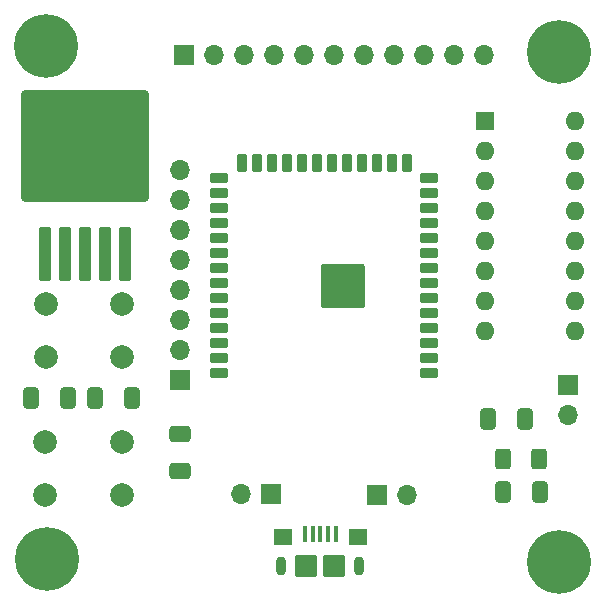
<source format=gts>
G04 #@! TF.GenerationSoftware,KiCad,Pcbnew,8.0.7-8.0.7-0~ubuntu22.04.1*
G04 #@! TF.CreationDate,2025-01-30T21:49:18+01:00*
G04 #@! TF.ProjectId,linefollower_pcb,6c696e65-666f-46c6-9c6f-7765725f7063,rev?*
G04 #@! TF.SameCoordinates,Original*
G04 #@! TF.FileFunction,Soldermask,Top*
G04 #@! TF.FilePolarity,Negative*
%FSLAX46Y46*%
G04 Gerber Fmt 4.6, Leading zero omitted, Abs format (unit mm)*
G04 Created by KiCad (PCBNEW 8.0.7-8.0.7-0~ubuntu22.04.1) date 2025-01-30 21:49:18*
%MOMM*%
%LPD*%
G01*
G04 APERTURE LIST*
G04 Aperture macros list*
%AMRoundRect*
0 Rectangle with rounded corners*
0 $1 Rounding radius*
0 $2 $3 $4 $5 $6 $7 $8 $9 X,Y pos of 4 corners*
0 Add a 4 corners polygon primitive as box body*
4,1,4,$2,$3,$4,$5,$6,$7,$8,$9,$2,$3,0*
0 Add four circle primitives for the rounded corners*
1,1,$1+$1,$2,$3*
1,1,$1+$1,$4,$5*
1,1,$1+$1,$6,$7*
1,1,$1+$1,$8,$9*
0 Add four rect primitives between the rounded corners*
20,1,$1+$1,$2,$3,$4,$5,0*
20,1,$1+$1,$4,$5,$6,$7,0*
20,1,$1+$1,$6,$7,$8,$9,0*
20,1,$1+$1,$8,$9,$2,$3,0*%
G04 Aperture macros list end*
%ADD10R,1.700000X1.700000*%
%ADD11O,1.700000X1.700000*%
%ADD12RoundRect,0.100000X-0.100000X-0.575000X0.100000X-0.575000X0.100000X0.575000X-0.100000X0.575000X0*%
%ADD13O,0.900000X1.600000*%
%ADD14RoundRect,0.250000X-0.550000X-0.450000X0.550000X-0.450000X0.550000X0.450000X-0.550000X0.450000X0*%
%ADD15RoundRect,0.250000X-0.700000X-0.700000X0.700000X-0.700000X0.700000X0.700000X-0.700000X0.700000X0*%
%ADD16RoundRect,0.250000X-0.412500X-0.650000X0.412500X-0.650000X0.412500X0.650000X-0.412500X0.650000X0*%
%ADD17RoundRect,0.250000X-0.650000X0.412500X-0.650000X-0.412500X0.650000X-0.412500X0.650000X0.412500X0*%
%ADD18RoundRect,0.250000X-0.400000X-0.625000X0.400000X-0.625000X0.400000X0.625000X-0.400000X0.625000X0*%
%ADD19C,0.800000*%
%ADD20C,5.400000*%
%ADD21R,1.600000X1.600000*%
%ADD22O,1.600000X1.600000*%
%ADD23RoundRect,0.225000X-0.525000X-0.225000X0.525000X-0.225000X0.525000X0.225000X-0.525000X0.225000X0*%
%ADD24RoundRect,0.225000X0.225000X0.525000X-0.225000X0.525000X-0.225000X-0.525000X0.225000X-0.525000X0*%
%ADD25RoundRect,0.225000X0.525000X0.225000X-0.525000X0.225000X-0.525000X-0.225000X0.525000X-0.225000X0*%
%ADD26RoundRect,0.185000X1.665000X1.665000X-1.665000X1.665000X-1.665000X-1.665000X1.665000X-1.665000X0*%
%ADD27RoundRect,0.250000X0.300000X-2.050000X0.300000X2.050000X-0.300000X2.050000X-0.300000X-2.050000X0*%
%ADD28RoundRect,0.250002X5.149998X-4.449998X5.149998X4.449998X-5.149998X4.449998X-5.149998X-4.449998X0*%
%ADD29RoundRect,0.250000X0.412500X0.650000X-0.412500X0.650000X-0.412500X-0.650000X0.412500X-0.650000X0*%
%ADD30C,2.000000*%
G04 APERTURE END LIST*
D10*
X90960000Y-116600000D03*
D11*
X93500000Y-116600000D03*
D12*
X84850000Y-119875000D03*
X85500000Y-119875000D03*
X86150000Y-119875000D03*
X86800000Y-119875000D03*
X87450000Y-119875000D03*
D13*
X82850000Y-122550000D03*
D14*
X82950000Y-120100000D03*
D15*
X84950000Y-122550000D03*
X87350000Y-122550000D03*
D14*
X89350000Y-120100000D03*
D13*
X89450000Y-122550000D03*
D10*
X82000000Y-116500000D03*
D11*
X79460000Y-116500000D03*
D16*
X61687500Y-108350000D03*
X64812500Y-108350000D03*
D17*
X74250000Y-111437500D03*
X74250000Y-114562500D03*
D10*
X74640000Y-79300000D03*
D11*
X77180000Y-79300000D03*
X79720000Y-79300000D03*
X82260000Y-79300000D03*
X84800000Y-79300000D03*
X87340000Y-79300000D03*
X89880000Y-79300000D03*
X92420000Y-79300000D03*
X94960000Y-79300000D03*
X97500000Y-79300000D03*
X100040000Y-79300000D03*
D18*
X101600000Y-113550000D03*
X104700000Y-113550000D03*
D19*
X60925000Y-78600000D03*
X61518109Y-77168109D03*
X61518109Y-80031891D03*
X62950000Y-76575000D03*
D20*
X62950000Y-78600000D03*
D19*
X62950000Y-80625000D03*
X64381891Y-77168109D03*
X64381891Y-80031891D03*
X64975000Y-78600000D03*
D21*
X100100000Y-84870000D03*
D22*
X100100000Y-87410000D03*
X100100000Y-89950000D03*
X100100000Y-92490000D03*
X100100000Y-95030000D03*
X100100000Y-97570000D03*
X100100000Y-100110000D03*
X100100000Y-102650000D03*
X107720000Y-102650000D03*
X107720000Y-100110000D03*
X107720000Y-97570000D03*
X107720000Y-95030000D03*
X107720000Y-92490000D03*
X107720000Y-89950000D03*
X107720000Y-87410000D03*
X107720000Y-84870000D03*
D10*
X74250000Y-106875000D03*
D11*
X74250000Y-104335000D03*
X74250000Y-101795000D03*
X74250000Y-99255000D03*
X74250000Y-96715000D03*
X74250000Y-94175000D03*
X74250000Y-91635000D03*
X74250000Y-89095000D03*
D23*
X95330000Y-106220000D03*
X95330000Y-104950000D03*
X95330000Y-103680000D03*
X95330000Y-102410000D03*
X95330000Y-101140000D03*
X95330000Y-99870000D03*
X95330000Y-98600000D03*
X95330000Y-97330000D03*
X95330000Y-96060000D03*
X95330000Y-94790000D03*
X95330000Y-93520000D03*
X95330000Y-92250000D03*
X95330000Y-90980000D03*
X95330000Y-89710000D03*
D24*
X93460000Y-88430000D03*
X92190000Y-88430000D03*
X90920000Y-88430000D03*
X89650000Y-88430000D03*
X88380000Y-88430000D03*
X87110000Y-88430000D03*
X85840000Y-88430000D03*
X84570000Y-88430000D03*
X83300000Y-88430000D03*
X82030000Y-88430000D03*
X80760000Y-88430000D03*
X79490000Y-88430000D03*
D25*
X77610000Y-89730000D03*
X77610000Y-91000000D03*
X77610000Y-92270000D03*
X77610000Y-93540000D03*
X77610000Y-94810000D03*
X77610000Y-96080000D03*
X77610000Y-97350000D03*
X77610000Y-98620000D03*
X77610000Y-99890000D03*
X77610000Y-101160000D03*
X77610000Y-102430000D03*
X77610000Y-103700000D03*
X77610000Y-104970000D03*
X77610000Y-106240000D03*
D26*
X88050000Y-98850000D03*
D16*
X101637500Y-116350000D03*
X104762500Y-116350000D03*
D10*
X107100000Y-107250000D03*
D11*
X107100000Y-109790000D03*
D27*
X62800000Y-96175000D03*
X64500000Y-96175000D03*
X66200000Y-96175000D03*
D28*
X66200000Y-87025000D03*
D27*
X67900000Y-96175000D03*
X69600000Y-96175000D03*
D19*
X104300000Y-79068109D03*
X104893109Y-77636218D03*
X104893109Y-80500000D03*
X106325000Y-77043109D03*
D20*
X106325000Y-79068109D03*
D19*
X106325000Y-81093109D03*
X107756891Y-77636218D03*
X107756891Y-80500000D03*
X108350000Y-79068109D03*
X104325000Y-122218109D03*
X104918109Y-120786218D03*
X104918109Y-123650000D03*
X106350000Y-120193109D03*
D20*
X106350000Y-122218109D03*
D19*
X106350000Y-124243109D03*
X107781891Y-120786218D03*
X107781891Y-123650000D03*
X108375000Y-122218109D03*
D29*
X70187500Y-108350000D03*
X67062500Y-108350000D03*
D19*
X60975000Y-122000000D03*
X61568109Y-120568109D03*
X61568109Y-123431891D03*
X63000000Y-119975000D03*
D20*
X63000000Y-122000000D03*
D19*
X63000000Y-124025000D03*
X64431891Y-120568109D03*
X64431891Y-123431891D03*
X65025000Y-122000000D03*
D29*
X103462500Y-110150000D03*
X100337500Y-110150000D03*
D30*
X62850000Y-112081128D03*
X69350000Y-112081128D03*
X62850000Y-116581128D03*
X69350000Y-116581128D03*
X62900000Y-100400000D03*
X69400000Y-100400000D03*
X62900000Y-104900000D03*
X69400000Y-104900000D03*
M02*

</source>
